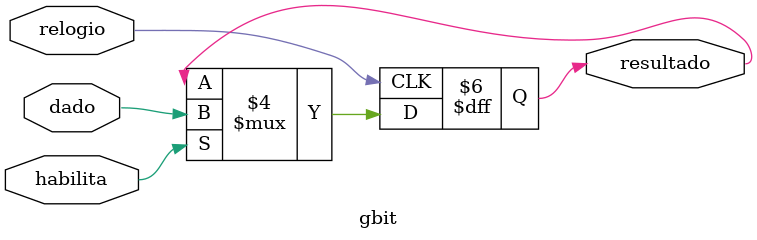
<source format=v>
module gbit(input dado, input habilita, input relogio, output reg resultado);

    initial resultado <= 0;

    always @ (posedge relogio) begin
        if(habilita == 1) resultado <= dado;
    end
    
endmodule
</source>
